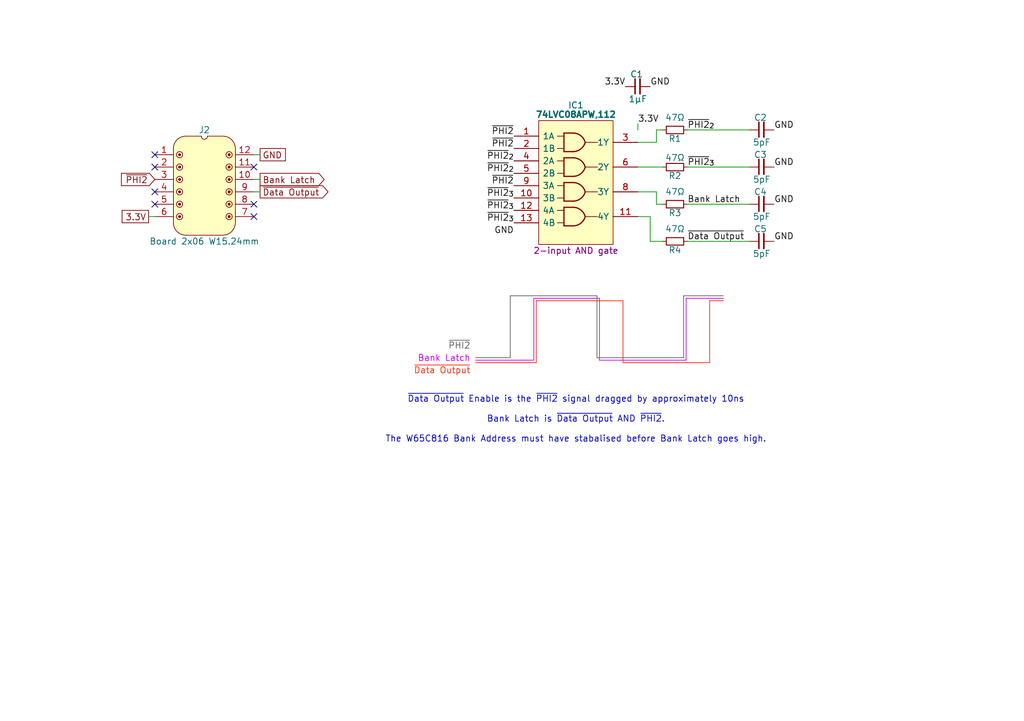
<source format=kicad_sch>
(kicad_sch (version 20250114) (generator "eeschema") (generator_version "9.0")
  (paper "A5")
  (title_block (title "MPU Timer") (date "2024-02-22") (rev "V1"))
  (lib_symbols
    (symbol "HCP65:Board_02x06_W15.24mm" (pin_names (offset 1.016) (hide yes))
      (property "Reference" "J" (at 0 5.08 0))
      (property "Value" "Board 2x06 W15.24mm" (at 0 -17.78 0))
      (symbol "Board_02x06_W15.24mm_0_1"
        (polyline (pts (xy -6.35 1.27) (xy -6.35 -13.97)))
        (arc (start -3.8102 -16.5098) (mid -5.6063 -15.7659) (end -6.3502 -13.9698))
        (arc (start -6.35 1.27) (mid -5.6061 3.0661) (end -3.81 3.81))
        (polyline (pts (xy -3.81 3.81) (xy -0.635 3.81)))
        (arc (start 0.635 3.81) (mid 0 3.175) (end -0.635 3.81))
        (polyline (pts (xy 0.635 3.81) (xy 3.81 3.81)))
        (polyline (pts (xy 3.8098 -16.5098) (xy -3.81 -16.51)))
        (arc (start 3.81 3.81) (mid 5.6061 3.0661) (end 6.35 1.27))
        (arc (start 6.3498 -13.9698) (mid 5.6059 -15.7659) (end 3.8098 -16.5098))
        (polyline (pts (xy 6.35 -13.97) (xy 6.35 1.27)))
      )
      (symbol "Board_02x06_W15.24mm_1_1"
        (polyline (pts (xy -6.35 1.27) (xy -6.096 2.286) (xy -5.588 3.048) (xy -4.826 3.556) (xy -4.064 3.81) (xy -0.762 3.81) (xy -0.508 3.302) (xy 0 3.048) (xy 0 -16.51) (xy -3.81 -16.51) (xy -4.826 -16.256) (xy -5.588 -15.748) (xy -6.096 -14.986) (xy -6.35 -13.97) (xy -6.35 1.27)) (stroke (width -0.0001)) (fill (type background)))
        (circle (center -5.08 0) (radius 0.0001) (stroke (width 0.3)))
        (circle (center -5.08 0) (radius 0.635) (fill (type color) (color 255 255 255 1)))
        (circle (center -5.08 -2.54) (radius 0.0001) (stroke (width 0.3)))
        (circle (center -5.08 -2.54) (radius 0.635) (fill (type color) (color 255 255 255 1)))
        (circle (center -5.08 -5.08) (radius 0.0001) (stroke (width 0.3)))
        (circle (center -5.08 -5.08) (radius 0.635) (fill (type color) (color 255 255 255 1)))
        (circle (center -5.08 -7.62) (radius 0.0001) (stroke (width 0.3)))
        (circle (center -5.08 -7.62) (radius 0.635) (fill (type color) (color 255 255 255 1)))
        (circle (center -5.08 -10.16) (radius 0.0001) (stroke (width 0.3)))
        (circle (center -5.08 -10.16) (radius 0.635) (fill (type color) (color 255 255 255 1)))
        (circle (center -5.08 -12.7) (radius 0.0001) (stroke (width 0.3)))
        (circle (center -5.08 -12.7) (radius 0.635) (fill (type color) (color 255 255 255 1)))
        (circle (center 5.08 0) (radius 0.0001) (stroke (width 0.3)))
        (circle (center 5.08 0) (radius 0.635) (fill (type color) (color 255 255 255 1)))
        (circle (center 5.08 -2.54) (radius 0.0001) (stroke (width 0.3)))
        (circle (center 5.08 -2.54) (radius 0.635) (fill (type color) (color 255 255 255 1)))
        (circle (center 5.08 -5.08) (radius 0.0001) (stroke (width 0.3)))
        (circle (center 5.08 -5.08) (radius 0.635) (fill (type color) (color 255 255 255 1)))
        (circle (center 5.08 -7.62) (radius 0.0001) (stroke (width 0.3)))
        (circle (center 5.08 -7.62) (radius 0.635) (fill (type color) (color 255 255 255 1)))
        (circle (center 5.08 -10.16) (radius 0.0001) (stroke (width 0.3)))
        (circle (center 5.08 -10.16) (radius 0.635) (fill (type color) (color 255 255 255 1)))
        (circle (center 5.08 -12.7) (radius 0.0001) (stroke (width 0.3)))
        (circle (center 5.08 -12.7) (radius 0.635) (fill (type color) (color 255 255 255 1)))
        (polyline (pts (xy 6.35 1.27) (xy 6.096 2.286) (xy 5.588 3.048) (xy 4.826 3.556) (xy 4.064 3.81) (xy 0.762 3.81) (xy 0.508 3.302) (xy 0 3.048) (xy 0 -16.51) (xy 3.81 -16.51) (xy 4.826 -16.256) (xy 5.588 -15.748) (xy 6.096 -14.986) (xy 6.35 -13.97) (xy 6.35 1.27)) (stroke (width -0.0001)) (fill (type background)))
        (pin passive line (at -10.16 0 0) (length 3.81) (name "") (number "1"))
        (pin passive line (at -10.16 -2.54 0) (length 3.81) (name "") (number "2"))
        (pin passive line (at -10.16 -5.08 0) (length 3.81) (name "") (number "3"))
        (pin passive line (at -10.16 -7.62 0) (length 3.81) (name "") (number "4"))
        (pin passive line (at -10.16 -10.16 0) (length 3.81) (name "") (number "5"))
        (pin passive line (at -10.16 -12.7 0) (length 3.81) (name "") (number "6"))
        (pin passive line (at 10.16 0 180) (length 3.81) (name "") (number "12"))
        (pin passive line (at 10.16 -2.54 180) (length 3.81) (name "") (number "11"))
        (pin passive line (at 10.16 -5.08 180) (length 3.81) (name "") (number "10"))
        (pin passive line (at 10.16 -7.62 180) (length 3.81) (name "") (number "9"))
        (pin passive line (at 10.16 -10.16 180) (length 3.81) (name "") (number "8"))
        (pin passive line (at 10.16 -12.7 180) (length 3.81) (name "") (number "7"))
      )
    )
    (symbol "HCP65:C_0805" (pin_numbers (hide yes)) (pin_names (offset 0.254) (hide yes))
      (property "Reference" "C" (at 2.286 2.54 0))
      (property "Value" "?μF" (at 2.54 -2.54 0))
      (symbol "C_0805_0_1"
        (polyline (pts (xy 1.9685 -1.4605) (xy 1.9685 1.5875)) (stroke (width 0.3048)))
        (polyline (pts (xy 2.9845 -1.4605) (xy 2.9845 1.5875)) (stroke (width 0.3302)))
      )
      (symbol "C_0805_1_1"
        (pin passive line (at 0 0 0) (length 2.032) (name "~") (number "1"))
        (pin passive line (at 5.08 0 180) (length 2.032) (name "~") (number "2"))
      )
    )
    (symbol "HCP65:R_0805" (pin_numbers (hide yes)) (pin_names (hide yes))
      (property "Reference" "R" (at 2.54 1.778 0))
      (property "Value" "?Ω" (at 2.54 -1.905 0))
      (symbol "R_0805_0_1"
        (rectangle (start 0.762 0.762) (end 4.318 -0.762) (stroke (width 0.2032)))
      )
      (symbol "R_0805_1_1"
        (pin passive line (at 0 0 0) (length 0.72) (name "~") (number "1"))
        (pin passive line (at 5.08 0 180) (length 0.72) (name "~") (number "2"))
      )
    )
    (symbol "Nexperia:74LVC08APW,112" (pin_names (offset 0.762))
      (property "Reference" "IC" (at 12.7 6.35 0))
      (property "Value" "74LVC08APW,112" (at 12.7 4.445 0))
      (property "Description" "2-input AND gate" (at 12.7 -23.495 0))
      (symbol "74LVC08APW,112_0_0"
        (pin input line (at 0 0 0) (length 5.08) (name "1A") (number "1"))
        (pin input line (at 0 -2.54 0) (length 5.08) (name "1B") (number "2"))
        (pin input line (at 0 -5.08 0) (length 5.08) (name "2A") (number "4"))
        (pin input line (at 0 -7.62 0) (length 5.08) (name "2B") (number "5"))
        (pin input line (at 0 -10.16 0) (length 5.08) (name "3A") (number "9"))
        (pin input line (at 0 -12.7 0) (length 5.08) (name "3B") (number "10"))
        (pin input line (at 0 -15.24 0) (length 5.08) (name "4A") (number "12"))
        (pin input line (at 0 -17.78 0) (length 5.08) (name "4B") (number "13"))
        (pin passive line (at 0 -20.32 0) (length 5.08) (hide yes) (name "GND") (number "7"))
        (pin passive line (at 25.4 1.27 180) (length 5.08) (hide yes) (name "3V") (number "14"))
        (pin passive line (at 25.4 -1.27 180) (length 5.08) (name "1Y") (number "3"))
        (pin output line (at 25.4 -6.35 180) (length 5.08) (name "2Y") (number "6"))
        (pin output line (at 25.4 -11.43 180) (length 5.08) (name "3Y") (number "8"))
        (pin output line (at 25.4 -16.51 180) (length 5.08) (name "4Y") (number "11"))
      )
      (symbol "74LVC08APW,112_0_1"
        (polyline (pts (xy 5.08 3.175) (xy 20.32 3.175) (xy 20.32 -22.225) (xy 5.08 -22.225) (xy 5.08 3.175)) (stroke (width 0.1524)) (fill (type background)))
        (polyline (pts (xy 8.89 0) (xy 10.1599 0)))
        (polyline (pts (xy 8.89 -2.54) (xy 10.1599 -2.54)))
        (polyline (pts (xy 8.89 -5.08) (xy 10.1599 -5.08)))
        (polyline (pts (xy 8.89 -7.62) (xy 10.1599 -7.62)))
        (polyline (pts (xy 8.89 -10.16) (xy 10.1599 -10.16)))
        (polyline (pts (xy 8.89 -12.7) (xy 10.1599 -12.7)))
        (polyline (pts (xy 8.89 -15.24) (xy 10.1599 -15.24)))
        (polyline (pts (xy 8.89 -17.78) (xy 10.1599 -17.78)))
        (polyline (pts (xy 10.248 0.635) (xy 10.248 -3.175)) (stroke (width 0.254)) (fill (type background)))
        (polyline (pts (xy 10.248 -4.445) (xy 10.248 -8.255)) (stroke (width 0.254)) (fill (type background)))
        (polyline (pts (xy 10.248 -9.525) (xy 10.248 -13.335)) (stroke (width 0.254)) (fill (type background)))
        (polyline (pts (xy 10.248 -14.605) (xy 10.248 -18.415)) (stroke (width 0.254)) (fill (type background)))
        (polyline (pts (xy 12.065 0.635) (xy 10.248 0.635)) (stroke (width 0.254)) (fill (type background)))
        (polyline (pts (xy 12.065 -3.175) (xy 10.248 -3.175)) (stroke (width 0.254)) (fill (type background)))
        (polyline (pts (xy 12.065 -4.445) (xy 10.248 -4.445)) (stroke (width 0.254)) (fill (type background)))
        (polyline (pts (xy 12.065 -8.255) (xy 10.248 -8.255)) (stroke (width 0.254)) (fill (type background)))
        (polyline (pts (xy 12.065 -9.525) (xy 10.248 -9.525)) (stroke (width 0.254)) (fill (type background)))
        (polyline (pts (xy 12.065 -13.335) (xy 10.248 -13.335)) (stroke (width 0.254)) (fill (type background)))
        (polyline (pts (xy 12.065 -14.605) (xy 10.248 -14.605)) (stroke (width 0.254)) (fill (type background)))
        (polyline (pts (xy 12.065 -18.415) (xy 10.248 -18.415)) (stroke (width 0.254)) (fill (type background)))
        (arc (start 14.605 -1.27) (mid 13.6635 -2.6605) (end 12.065 -3.175) (stroke (width 0.254)))
        (arc (start 14.605 -6.35) (mid 13.6635 -7.7405) (end 12.065 -8.255) (stroke (width 0.254)))
        (arc (start 14.605 -11.43) (mid 13.6635 -12.8205) (end 12.065 -13.335) (stroke (width 0.254)))
        (arc (start 14.605 -16.51) (mid 13.6635 -17.9005) (end 12.065 -18.415) (stroke (width 0.254)))
        (arc (start 12.065 0.635) (mid 13.6649 0.1222) (end 14.605 -1.27) (stroke (width 0.254)))
        (arc (start 12.065 -4.445) (mid 13.6649 -4.9578) (end 14.605 -6.35) (stroke (width 0.254)))
        (arc (start 12.065 -9.525) (mid 13.6649 -10.0378) (end 14.605 -11.43) (stroke (width 0.254)))
        (arc (start 12.065 -14.605) (mid 13.6649 -15.1178) (end 14.605 -16.51) (stroke (width 0.254)))
        (polyline (pts (xy 14.605 -1.27) (xy 17.145 -1.27)))
        (polyline (pts (xy 14.605 -6.35) (xy 17.145 -6.35)))
        (polyline (pts (xy 14.605 -11.43) (xy 17.145 -11.43)))
        (polyline (pts (xy 14.605 -16.51) (xy 17.145 -16.51)))
      )
    )
  )
  (text "Bank Latch" (at 96.52 73.66 0) (effects (font (size 1.27 1.27)) (justify right)))
  (text "~{PHI2}" (at 96.52 71.12 0) (effects (font (size 1.27 1.27)) (justify right)))
  (text "~{Data Output}" (at 96.52 76.2 0) (effects (font (size 1.27 1.27)) (justify right)))
  (text "~{Data Output} Enable is the ~{PHI2} signal dragged by approximately 10ns\n\nBank Latch is ~{Data Output} AND ~{PHI2}.\n\nThe W65C816 Bank Address must have stabalised before Bank Latch goes high." (at 118.11 81.28 0) (effects (font (size 1.27 1.27)) (justify top)))
  (no_connect (at 31.75 34.29))
  (no_connect (at 31.75 39.37))
  (no_connect (at 31.75 31.75))
  (no_connect (at 52.07 44.45))
  (no_connect (at 52.07 34.29))
  (no_connect (at 52.07 41.91))
  (no_connect (at 31.75 41.91))
  (wire (pts (xy 133.35 49.53) (xy 135.89 49.53)))
  (polyline (pts (xy 122.428 60.706) (xy 122.428 73.406)) (stroke (width 0) (color 96 96 96 1)))
  (polyline (pts (xy 140.208 73.406) (xy 140.208 60.706)) (stroke (width 0) (color 96 96 96 1)))
  (polyline (pts (xy 104.648 73.406) (xy 104.648 60.706)) (stroke (width 0) (color 96 96 96 1)))
  (wire (pts (xy 140.97 34.29) (xy 153.67 34.29)))
  (wire (pts (xy 53.34 39.37) (xy 52.07 39.37)))
  (polyline (pts (xy 140.208 60.706) (xy 148.336 60.706)) (stroke (width 0) (color 96 96 96 1)))
  (polyline (pts (xy 97.536 73.406) (xy 104.648 73.406)) (stroke (width 0) (color 96 96 96 1)))
  (polyline (pts (xy 140.716 61.214) (xy 148.336 61.214)) (stroke (width 0) (color 201 0 255 1)))
  (wire (pts (xy 140.97 49.53) (xy 153.67 49.53)))
  (wire (pts (xy 53.34 31.75) (xy 52.07 31.75)))
  (polyline (pts (xy 109.982 74.422) (xy 109.982 61.722)) (stroke (width 0) (color 255 41 12 1)))
  (wire (pts (xy 134.62 26.67) (xy 135.89 26.67)))
  (wire (pts (xy 140.97 41.91) (xy 153.67 41.91)))
  (wire (pts (xy 30.48 44.45) (xy 31.75 44.45)))
  (polyline (pts (xy 109.474 61.214) (xy 122.936 61.214)) (stroke (width 0) (color 201 0 255 1)))
  (polyline (pts (xy 145.542 74.422) (xy 145.542 61.722)) (stroke (width 0) (color 255 41 12 1)))
  (polyline (pts (xy 122.936 61.214) (xy 122.936 73.914)) (stroke (width 0) (color 201 0 255 1)))
  (polyline (pts (xy 97.536 74.422) (xy 102.362 74.422)) (stroke (width 0) (color 255 41 12 1)))
  (polyline (pts (xy 127.762 74.422) (xy 145.542 74.422)) (stroke (width 0) (color 255 41 12 1)))
  (wire (pts (xy 130.81 34.29) (xy 135.89 34.29)))
  (wire (pts (xy 53.34 36.83) (xy 52.07 36.83)))
  (wire (pts (xy 134.62 39.37) (xy 134.62 41.91)))
  (polyline (pts (xy 102.362 74.422) (xy 109.982 74.422)) (stroke (width 0) (color 255 41 12 1)))
  (polyline (pts (xy 122.428 73.406) (xy 140.208 73.406)) (stroke (width 0) (color 96 96 96 1)))
  (polyline (pts (xy 109.474 73.914) (xy 109.474 61.214)) (stroke (width 0) (color 201 0 255 1)))
  (wire (pts (xy 134.62 29.21) (xy 130.81 29.21)))
  (polyline (pts (xy 104.648 60.706) (xy 122.428 60.706)) (stroke (width 0) (color 96 96 96 1)))
  (polyline (pts (xy 97.536 73.914) (xy 109.474 73.914)) (stroke (width 0) (color 201 0 255 1)))
  (polyline (pts (xy 140.716 73.914) (xy 140.716 61.214)) (stroke (width 0) (color 201 0 255 1)))
  (wire (pts (xy 140.97 26.67) (xy 153.67 26.67)))
  (wire (pts (xy 130.81 44.45) (xy 133.35 44.45)))
  (polyline (pts (xy 122.936 73.914) (xy 140.716 73.914)) (stroke (width 0) (color 201 0 255 1)))
  (polyline (pts (xy 148.082 61.722) (xy 148.336 61.722)) (stroke (width 0) (color 255 41 12 1)))
  (wire (pts (xy 134.62 41.91) (xy 135.89 41.91)))
  (wire (pts (xy 134.62 26.67) (xy 134.62 29.21)))
  (polyline (pts (xy 109.982 61.722) (xy 127.762 61.722)) (stroke (width 0) (color 255 41 12 1)))
  (wire (pts (xy 130.81 25.4) (xy 130.81 26.67)))
  (polyline (pts (xy 127.762 61.722) (xy 127.762 74.422)) (stroke (width 0) (color 255 41 12 1)))
  (wire (pts (xy 130.81 39.37) (xy 134.62 39.37)))
  (polyline (pts (xy 145.542 61.722) (xy 148.082 61.722)) (stroke (width 0) (color 255 41 12 1)))
  (wire (pts (xy 133.35 44.45) (xy 133.35 49.53)))
  (label "GND" (at 158.75 49.53 0))
  (label "~{PHI2}" (at 105.41 30.48 180))
  (label "GND" (at 158.75 26.67 0))
  (label "~{PHI2}_{2}" (at 105.41 35.56 180))
  (label "GND" (at 133.35 17.78 0))
  (label "GND" (at 105.41 48.26 180))
  (label "~{PHI2}" (at 105.41 27.94 180))
  (label "GND" (at 158.75 34.29 0))
  (label "~{PHI2}_{2}" (at 140.97 26.67 0))
  (label "~{PHI2}_{3}" (at 140.97 34.29 0))
  (label "~{PHI2}_{2}" (at 105.41 33.02 180))
  (label "GND" (at 158.75 41.91 0))
  (label "~{Data Output}" (at 140.97 49.53 0))
  (label "~{PHI2}" (at 105.41 38.1 180))
  (label "Bank Latch" (at 140.97 41.91 0))
  (label "~{PHI2}_{3}" (at 105.41 45.72 180))
  (label "3.3V" (at 130.81 25.4 0))
  (label "~{PHI2}_{3}" (at 105.41 40.64 180))
  (label "~{PHI2}_{3}" (at 105.41 43.18 180))
  (label "3.3V" (at 128.27 17.78 180))
  (global_label "3.3V" (shape passive) (at 30.48 44.45 180) (property "Intersheetrefs" "${INTERSHEET_REFS}" (effects (hide yes))))
  (global_label "~{PHI2}" (shape input) (at 31.75 36.83 180) (property "Intersheetrefs" "${INTERSHEET_REFS}" (effects (hide yes))))
  (global_label "Bank Latch" (shape output) (at 53.34 36.83 0) (property "Intersheetrefs" "${INTERSHEET_REFS}" (effects (hide yes))))
  (global_label "GND" (shape passive) (at 53.34 31.75 0) (property "Intersheetrefs" "${INTERSHEET_REFS}" (effects (hide yes))))
  (global_label "~{Data Output}" (shape output) (at 53.34 39.37 0) (property "Intersheetrefs" "${INTERSHEET_REFS}" (effects (hide yes))))
  (symbol (lib_id "HCP65:C_0805") (at 153.67 49.53 0) (unit 1)
    (property "Reference" "C5" (at 155.956 46.99 0))
    (property "Value" "5pF" (at 156.21 52.07 0))
    (property "Footprint" "SamacSys_Parts:C_0805" (effects (hide yes)))
  )
  (symbol (lib_id "Nexperia:74LVC08APW,112") (at 105.41 27.94 0) (unit 1)
    (property "Reference" "IC1" (at 118.11 21.59 0))
    (property "Value" "74LVC08APW,112" (at 118.11 23.495 0) (effects (font (bold yes))))
    (property "Footprint" "SamacSys_Parts:SOP65P640X110-14N" (effects (hide yes)))
    (property "Datasheet" "https://assets.nexperia.com/documents/data-sheet/74LVC08A.pdf" (effects (hide yes)))
    (property "Description" "2-input AND gate" (at 118.11 51.435 0))
    (property "Height" "1.1" (effects (hide yes)))
    (property "Mouser Part Number" "771-74LVC08APW" (effects (hide yes)))
    (property "Mouser Price/Stock" "https://www.mouser.com/Search/Refine.aspx?Keyword=771-74LVC08APW" (effects (hide yes)))
    (property "Manufacturer_Name" "Nexperia" (effects (hide yes)))
    (property "Manufacturer_Part_Number" "74LVC08APW,112" (effects (hide yes)))
    (property "Silkscreen" "74LVC08" (effects (hide yes)))
  )
  (symbol (lib_id "HCP65:R_0805") (at 140.97 41.91 180) (unit 1)
    (property "Reference" "R3" (at 138.43 43.688 0))
    (property "Value" "47Ω" (at 138.43 39.37 0))
    (property "Footprint" "SamacSys_Parts:R_0805" (effects (hide yes)))
  )
  (symbol (lib_id "HCP65:C_0805") (at 153.67 26.67 0) (unit 1)
    (property "Reference" "C2" (at 155.956 24.13 0))
    (property "Value" "5pF" (at 156.21 29.21 0))
    (property "Footprint" "SamacSys_Parts:C_0805" (effects (hide yes)))
  )
  (symbol (lib_id "HCP65:R_0805") (at 140.97 34.29 180) (unit 1)
    (property "Reference" "R2" (at 138.43 36.068 0))
    (property "Value" "47Ω" (at 138.43 32.385 0))
    (property "Footprint" "SamacSys_Parts:R_0805" (effects (hide yes)))
  )
  (symbol (lib_id "HCP65:R_0805") (at 140.97 26.67 180) (unit 1)
    (property "Reference" "R1" (at 138.43 28.448 0))
    (property "Value" "47Ω" (at 138.43 24.13 0))
    (property "Footprint" "SamacSys_Parts:R_0805" (effects (hide yes)))
  )
  (symbol (lib_id "HCP65:R_0805") (at 140.97 49.53 180) (unit 1)
    (property "Reference" "R4" (at 138.43 51.308 0))
    (property "Value" "47Ω" (at 138.43 46.99 0))
    (property "Footprint" "SamacSys_Parts:R_0805" (effects (hide yes)))
  )
  (symbol (lib_id "HCP65:C_0805") (at 153.67 41.91 0) (unit 1)
    (property "Reference" "C4" (at 155.956 39.37 0))
    (property "Value" "5pF" (at 156.21 44.45 0))
    (property "Footprint" "SamacSys_Parts:C_0805" (effects (hide yes)))
  )
  (symbol (lib_id "HCP65:Board_02x06_W15.24mm") (at 41.91 31.75 0) (unit 1)
    (property "Reference" "J2" (at 41.91 26.67 0))
    (property "Value" "Board 2x06 W15.24mm" (at 41.91 49.53 0))
    (property "Footprint" "SamacSys_Parts:DIP-12_Board_W15.24mm_Alt" (effects (hide yes)))
  )
  (symbol (lib_id "HCP65:C_0805") (at 128.27 17.78 0) (unit 1)
    (property "Reference" "C1" (at 130.556 15.24 0))
    (property "Value" "1μF" (at 130.81 20.32 0))
    (property "Footprint" "SamacSys_Parts:C_0805" (effects (hide yes)))
  )
  (symbol (lib_id "HCP65:C_0805") (at 153.67 34.29 0) (unit 1)
    (property "Reference" "C3" (at 155.956 31.75 0))
    (property "Value" "5pF" (at 156.21 36.83 0))
    (property "Footprint" "SamacSys_Parts:C_0805" (effects (hide yes)))
  )
)
</source>
